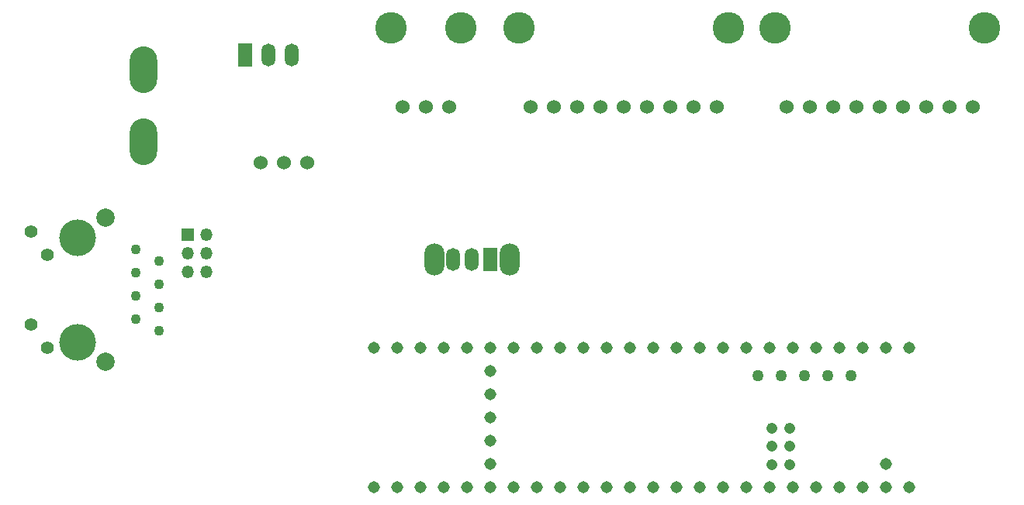
<source format=gbs>
G04 #@! TF.GenerationSoftware,KiCad,Pcbnew,(6.0.7)*
G04 #@! TF.CreationDate,2022-11-19T15:08:40-06:00*
G04 #@! TF.ProjectId,Gimbal_Board_2023,47696d62-616c-45f4-926f-6172645f3230,rev?*
G04 #@! TF.SameCoordinates,Original*
G04 #@! TF.FileFunction,Soldermask,Bot*
G04 #@! TF.FilePolarity,Negative*
%FSLAX46Y46*%
G04 Gerber Fmt 4.6, Leading zero omitted, Abs format (unit mm)*
G04 Created by KiCad (PCBNEW (6.0.7)) date 2022-11-19 15:08:40*
%MOMM*%
%LPD*%
G01*
G04 APERTURE LIST*
%ADD10R,1.500000X2.500000*%
%ADD11O,1.500000X2.500000*%
%ADD12C,3.450000*%
%ADD13C,1.524000*%
%ADD14O,3.000000X5.100000*%
%ADD15R,1.350000X1.350000*%
%ADD16O,1.350000X1.350000*%
%ADD17C,1.100000*%
%ADD18C,1.400000*%
%ADD19C,4.000000*%
%ADD20C,2.000000*%
%ADD21C,1.308000*%
%ADD22C,1.258000*%
%ADD23C,1.208000*%
%ADD24O,2.200000X3.500000*%
G04 APERTURE END LIST*
D10*
X93579500Y-43702000D03*
D11*
X96119500Y-43702000D03*
X98659500Y-43702000D03*
D12*
X117068600Y-40792400D03*
X109448600Y-40792400D03*
D13*
X110718600Y-49428400D03*
X113258600Y-49428400D03*
X115798600Y-49428400D03*
D12*
X123469400Y-40792400D03*
X146329400Y-40792400D03*
D13*
X124739400Y-49428400D03*
X127279400Y-49428400D03*
X129819400Y-49428400D03*
X132359400Y-49428400D03*
X134899400Y-49428400D03*
X137439400Y-49428400D03*
X139979400Y-49428400D03*
X142519400Y-49428400D03*
X145059400Y-49428400D03*
D14*
X82485200Y-45339000D03*
X82485200Y-53213000D03*
D15*
X87316500Y-63401500D03*
D16*
X89316500Y-63401500D03*
X87316500Y-65401500D03*
X89316500Y-65401500D03*
X87316500Y-67401500D03*
X89316500Y-67401500D03*
D17*
X81611000Y-64932500D03*
X84151000Y-66202500D03*
X81611000Y-67472500D03*
X84151000Y-68742500D03*
X81611000Y-70012500D03*
X84151000Y-71282500D03*
X81611000Y-72552500D03*
X84151000Y-73822500D03*
D18*
X70181000Y-63052500D03*
X71971000Y-65592500D03*
X70181000Y-73162500D03*
X71971000Y-75702500D03*
D19*
X75261000Y-63662500D03*
X75261000Y-75092500D03*
D20*
X78311000Y-77252500D03*
X78311000Y-61502500D03*
D21*
X163479988Y-75705487D03*
X160939988Y-75705487D03*
X158399988Y-75705487D03*
X155859988Y-75705487D03*
X130459988Y-75705487D03*
X160939988Y-90945487D03*
X120299988Y-80785487D03*
X153319988Y-75705487D03*
X150779988Y-75705487D03*
D22*
X159669988Y-78755487D03*
D21*
X148239988Y-75705487D03*
X145699988Y-75705487D03*
X143159988Y-75705487D03*
X140619988Y-75705487D03*
X138079988Y-75705487D03*
X135539988Y-75705487D03*
X132999988Y-75705487D03*
X132999988Y-90945487D03*
X135539988Y-90945487D03*
X138079988Y-90945487D03*
X140619988Y-90945487D03*
X143159988Y-90945487D03*
X145699988Y-90945487D03*
X148239988Y-90945487D03*
X150779988Y-90945487D03*
X153319988Y-90945487D03*
X155859988Y-90945487D03*
X158399988Y-90945487D03*
X127919988Y-75705487D03*
X125379988Y-75705487D03*
X122839988Y-75705487D03*
X120299988Y-75705487D03*
X117759988Y-75705487D03*
X115219988Y-75705487D03*
X112679988Y-75705487D03*
X110139988Y-75705487D03*
X107599988Y-75705487D03*
X107599988Y-90945487D03*
X110139988Y-90945487D03*
X112679988Y-90945487D03*
X115219988Y-90945487D03*
X117759988Y-90945487D03*
X120299988Y-90945487D03*
X122839988Y-90945487D03*
X125379988Y-90945487D03*
X127919988Y-90945487D03*
D22*
X154589988Y-78755487D03*
X157129988Y-78755487D03*
D21*
X166019988Y-75705487D03*
X130459988Y-90945487D03*
X163479988Y-90945487D03*
X120299988Y-83325487D03*
D23*
X151049988Y-86495487D03*
X153049988Y-86495487D03*
D21*
X120299988Y-88405487D03*
X120299988Y-85865487D03*
D23*
X153049988Y-88495487D03*
X151049988Y-88495487D03*
X151049988Y-84495487D03*
X153049988Y-84495487D03*
D22*
X152049988Y-78755487D03*
X149509988Y-78755487D03*
D21*
X120299988Y-78245487D03*
X166019988Y-90945487D03*
X163479988Y-88405487D03*
D13*
X95250000Y-55499000D03*
X97790000Y-55499000D03*
X100330000Y-55499000D03*
D12*
X151384000Y-40767000D03*
X174244000Y-40767000D03*
D13*
X152654000Y-49403000D03*
X155194000Y-49403000D03*
X157734000Y-49403000D03*
X160274000Y-49403000D03*
X162814000Y-49403000D03*
X165354000Y-49403000D03*
X167894000Y-49403000D03*
X170434000Y-49403000D03*
X172974000Y-49403000D03*
D24*
X114202000Y-66112500D03*
X122402000Y-66112500D03*
D10*
X120302000Y-66112500D03*
D11*
X118302000Y-66112500D03*
X116302000Y-66112500D03*
M02*

</source>
